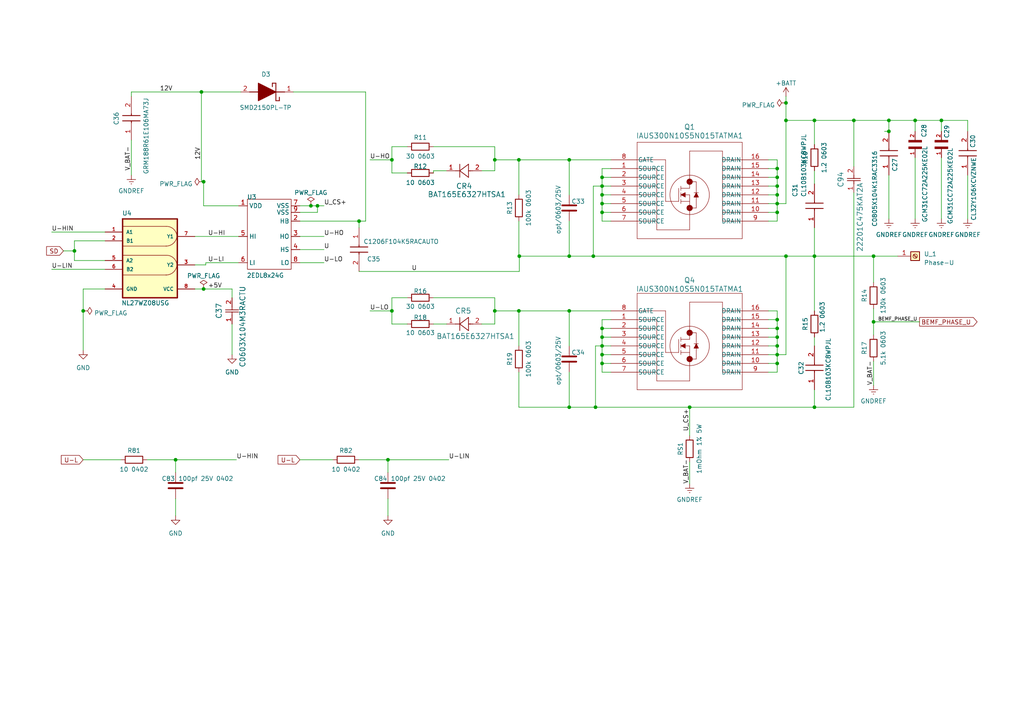
<source format=kicad_sch>
(kicad_sch (version 20231120) (generator "eeschema") (generator_version "8.0")
  (paper "A4")
  (lib_symbols
    (symbol "2EDL8124G:2EDL8124G"
      (property "Reference" "U3" (at -5.08 11.43 0))
      (property "Value" "2EDL8x24G" (at -1.143 -10.668 0))
      (symbol "2EDL8124G_1_1"
        (pin power_in line (at -8.89 8.89 0) (length 2.54) (name "VDD") (number "1"))
        (pin output line (at 8.89 4.445 180) (length 2.54) (name "HB") (number "2"))
        (pin output line (at 8.89 0 180) (length 2.54) (name "HO") (number "3"))
        (pin output line (at 8.89 -3.81 180) (length 2.54) (name "HS") (number "4"))
        (pin input line (at -8.89 0 0) (length 2.54) (name "HI") (number "5"))
        (pin input line (at -8.89 -7.62 0) (length 2.54) (name "LI") (number "6"))
        (pin power_in line (at 8.89 8.89 180) (length 2.54) (name "VSS") (number "7"))
        (pin output line (at 8.89 -7.62 180) (length 2.54) (name "LO") (number "8"))
        (pin power_in line (at 8.89 6.985 180) (length 2.54) (name "VSS") (number "9"))
      )
    )
    (symbol "BAT165E6327HTSA1:BAT165E6327HTSA1" (pin_names (offset 0.254))
      (property "Reference" "CR" (at 5.08 4.445 0))
      (property "Value" "BAT165E6327HTSA1" (at 5.08 -3.81 0))
      (symbol "BAT165E6327HTSA1_1_1"
        (pin unspecified line (at 10.16 0 180) (length 2.54) (name "") (number "1"))
        (pin unspecified line (at 0 0 0) (length 2.54) (name "") (number "2"))
      )
      (symbol "BAT165E6327HTSA1_1_2"
        (pin unspecified line (at 0 10.16 270) (length 2.54) (name "") (number "1"))
        (pin unspecified line (at 0 0 90) (length 2.54) (name "") (number "2"))
      )
    )
    (symbol "C0805X104K1RAC3316:C0805X104K1RAC3316" (pin_names hide)
      (property "Reference" "C" (at 8.89 6.35 0))
      (property "Value" "C0805X104K1RAC3316" (at 8.89 3.81 0))
      (symbol "C0805X104K1RAC3316_1_1"
        (pin passive line (at 0 0 0) (length 5.08) (name "1") (number "1"))
        (pin passive line (at 12.7 0 180) (length 5.08) (name "2") (number "2"))
      )
    )
    (symbol "C1206F104K5RACAUTO:C1206F104K5RACAUTO" (pin_names hide)
      (property "Reference" "C" (at 8.89 6.35 0))
      (property "Value" "C1206F104K5RACAUTO" (at 8.89 3.81 0))
      (symbol "C1206F104K5RACAUTO_1_1"
        (pin passive line (at 0 0 0) (length 5.08) (name "1") (number "1"))
        (pin passive line (at 12.7 0 180) (length 5.08) (name "2") (number "2"))
      )
    )
    (symbol "C28:GCM31CC72A225KE02L" (pin_names (offset 1.016))
      (property "Reference" "C28" (at 0 3.8109 0))
      (property "Value" "GCM31CC72A225KE02L" (at 0 -5.0885 0))
      (symbol "GCM31CC72A225KE02L_0_0"
        (pin passive line (at -2.54 0 0) (length 2.54) (name "~") (number "1"))
        (pin passive line (at 5.08 0 180) (length 2.54) (name "~") (number "2"))
      )
    )
    (symbol "C31:CL10B103KC8WPJL" (pin_names hide)
      (property "Reference" "C" (at 8.89 6.35 0))
      (property "Value" "CL10B103KC8WPJL" (at 8.89 3.81 0))
      (symbol "CL10B103KC8WPJL_1_1"
        (pin passive line (at 0 0 0) (length 5.08) (name "1") (number "1"))
        (pin passive line (at 12.7 0 180) (length 5.08) (name "2") (number "2"))
      )
    )
    (symbol "C33:GRM188R61E106MA73J" (pin_names hide)
      (property "Reference" "C" (at 8.89 6.35 0))
      (property "Value" "GRM188R61E106MA73J" (at 8.89 3.81 0))
      (symbol "GRM188R61E106MA73J_1_1"
        (pin passive line (at 0 0 0) (length 5.08) (name "1") (number "1"))
        (pin passive line (at 12.7 0 180) (length 5.08) (name "2") (number "2"))
      )
    )
    (symbol "C37:C0603X104M3RACTU" (pin_names (offset 0.254))
      (property "Reference" "C" (at 3.81 3.81 0))
      (property "Value" "C0603X104M3RACTU" (at 3.81 -3.81 0))
      (symbol "C0603X104M3RACTU_1_1"
        (pin unspecified line (at 0 0 0) (length 2.54) (name "") (number "1"))
        (pin unspecified line (at 7.62 0 180) (length 2.54) (name "") (number "2"))
      )
      (symbol "C0603X104M3RACTU_1_2"
        (pin unspecified line (at 0 0 270) (length 2.54) (name "") (number "1"))
        (pin unspecified line (at 0 -7.62 90) (length 2.54) (name "") (number "2"))
      )
    )
    (symbol "C94:22201C475KAT2A" (pin_names (offset 0.254))
      (property "Reference" "C" (at 3.81 3.81 0))
      (property "Value" "22201C475KAT2A" (at 3.81 -3.81 0))
      (symbol "22201C475KAT2A_1_1"
        (pin unspecified line (at 0 0 0) (length 2.54) (name "") (number "1"))
        (pin unspecified line (at 7.62 0 180) (length 2.54) (name "") (number "2"))
      )
      (symbol "22201C475KAT2A_1_2"
        (pin unspecified line (at 0 0 270) (length 2.54) (name "") (number "1"))
        (pin unspecified line (at 0 -7.62 90) (length 2.54) (name "") (number "2"))
      )
    )
    (symbol "CL32Y106KCVZNWE:CL32Y106KCVZNWE" (pin_names hide)
      (property "Reference" "C" (at 8.89 6.35 0))
      (property "Value" "CL32Y106KCVZNWE" (at 8.89 3.81 0))
      (symbol "CL32Y106KCVZNWE_1_1"
        (pin passive line (at 0 0 0) (length 5.08) (name "1") (number "1"))
        (pin passive line (at 12.7 0 180) (length 5.08) (name "2") (number "2"))
      )
    )
    (symbol "Connector:Screw_Terminal_01x01" (pin_names (offset 1.016) hide)
      (property "Reference" "J" (at 0 2.54 0))
      (property "Value" "Screw_Terminal_01x01" (at 0 -2.54 0))
      (symbol "Screw_Terminal_01x01_1_1"
        (pin passive line (at -5.08 0 0) (length 3.81) (name "Pin_1") (number "1"))
      )
    )
    (symbol "D3:SMD2150PL-TP" (pin_names hide)
      (property "Reference" "D" (at 12.7 8.89 0))
      (property "Value" "SMD2150PL-TP" (at 12.7 6.35 0))
      (symbol "SMD2150PL-TP_1_1"
        (pin passive line (at 2.54 0 0) (length 2.54) (name "K") (number "1"))
        (pin passive line (at 17.78 0 180) (length 2.54) (name "A") (number "2"))
      )
    )
    (symbol "Device:C" (pin_numbers hide) (pin_names (offset 0.254))
      (property "Reference" "C" (at 0.635 2.54 0))
      (property "Value" "C" (at 0.635 -2.54 0))
      (symbol "C_1_1"
        (pin passive line (at 0 3.81 270) (length 2.794) (name "~") (number "1"))
        (pin passive line (at 0 -3.81 90) (length 2.794) (name "~") (number "2"))
      )
    )
    (symbol "Device:R" (pin_numbers hide) (pin_names (offset 0))
      (property "Reference" "R" (at 2.032 0 90))
      (property "Value" "R" (at 0 0 90))
      (symbol "R_1_1"
        (pin passive line (at 0 3.81 270) (length 1.27) (name "~") (number "1"))
        (pin passive line (at 0 -3.81 90) (length 1.27) (name "~") (number "2"))
      )
    )
    (symbol "IAUS300N10S5N015T:IAUS300N10S5N015TATMA1" (pin_names (offset 0.254))
      (property "Reference" "Q1" (at 22.86 12.065 0))
      (property "Value" "IAUS300N10S5N015TATMA1" (at 22.86 9.525 0))
      (symbol "IAUS300N10S5N015TATMA1_0_1"
        (pin passive line (at 0 0 0) (length 7.62) (name "SOURCE") (number "1"))
        (pin passive line (at 45.72 -12.7 180) (length 7.62) (name "DRAIN") (number "10"))
        (pin passive line (at 45.72 -10.16 180) (length 7.62) (name "DRAIN") (number "11"))
        (pin passive line (at 45.72 -7.62 180) (length 7.62) (name "DRAIN") (number "12"))
        (pin passive line (at 45.72 -5.08 180) (length 7.62) (name "DRAIN") (number "13"))
        (pin passive line (at 45.72 -2.54 180) (length 7.62) (name "DRAIN") (number "14"))
        (pin passive line (at 45.72 0 180) (length 7.62) (name "DRAIN") (number "15"))
        (pin passive line (at 45.72 2.54 180) (length 7.62) (name "DRAIN") (number "16"))
        (pin passive line (at 0 -2.54 0) (length 7.62) (name "SOURCE") (number "2"))
        (pin passive line (at 0 -5.08 0) (length 7.62) (name "SOURCE") (number "3"))
        (pin passive line (at 0 -7.62 0) (length 7.62) (name "SOURCE") (number "4"))
        (pin passive line (at 0 -10.16 0) (length 7.62) (name "SOURCE") (number "5"))
        (pin passive line (at 0 -12.7 0) (length 7.62) (name "SOURCE") (number "6"))
        (pin passive line (at 0 -15.24 0) (length 7.62) (name "SOURCE") (number "7"))
        (pin input line (at 0 2.54 0) (length 7.62) (name "GATE") (number "8"))
        (pin passive line (at 45.72 -15.24 180) (length 7.62) (name "DRAIN") (number "9"))
      )
    )
    (symbol "IAUS300N10S5N015TATMA1_1" (pin_names (offset 0.254))
      (property "Reference" "Q4" (at 22.86 11.43 0))
      (property "Value" "IAUS300N10S5N015TATMA1" (at 22.86 8.89 0))
      (symbol "IAUS300N10S5N015TATMA1_1_0_1"
        (pin passive line (at 0 0 0) (length 7.62) (name "SOURCE") (number "1"))
        (pin passive line (at 45.72 -12.7 180) (length 7.62) (name "DRAIN") (number "10"))
        (pin passive line (at 45.72 -10.16 180) (length 7.62) (name "DRAIN") (number "11"))
        (pin passive line (at 45.72 -7.62 180) (length 7.62) (name "DRAIN") (number "12"))
        (pin passive line (at 45.72 -5.08 180) (length 7.62) (name "DRAIN") (number "13"))
        (pin passive line (at 45.72 -2.54 180) (length 7.62) (name "DRAIN") (number "14"))
        (pin passive line (at 45.72 0 180) (length 7.62) (name "DRAIN") (number "15"))
        (pin passive line (at 45.72 2.54 180) (length 7.62) (name "DRAIN") (number "16"))
        (pin passive line (at 0 -2.54 0) (length 7.62) (name "SOURCE") (number "2"))
        (pin passive line (at 0 -5.08 0) (length 7.62) (name "SOURCE") (number "3"))
        (pin passive line (at 0 -7.62 0) (length 7.62) (name "SOURCE") (number "4"))
        (pin passive line (at 0 -10.16 0) (length 7.62) (name "SOURCE") (number "5"))
        (pin passive line (at 0 -12.7 0) (length 7.62) (name "SOURCE") (number "6"))
        (pin passive line (at 0 -15.24 0) (length 7.62) (name "SOURCE") (number "7"))
        (pin input line (at 0 2.54 0) (length 7.62) (name "GATE") (number "8"))
        (pin passive line (at 45.72 -15.24 180) (length 7.62) (name "DRAIN") (number "9"))
      )
    )
    (symbol "NL27WZ08USG:NL27WZ08USG" (pin_names (offset 1.016))
      (property "Reference" "U4" (at -6.35 13.081 0))
      (property "Value" "NL27WZ08USG" (at -1.016 -12.954 0))
      (symbol "NL27WZ08USG_0_0"
        (pin input line (at -12.7 7.62 0) (length 5.08) (name "A1") (number "1"))
        (pin input line (at -12.7 5.08 0) (length 5.08) (name "B1") (number "2"))
        (pin output line (at 13.335 -1.905 180) (length 5.08) (name "Y2") (number "3"))
        (pin power_in line (at -12.7 -8.89 0) (length 5.08) (name "GND") (number "4"))
        (pin input line (at -12.7 -0.635 0) (length 5.08) (name "A2") (number "5"))
        (pin input line (at -12.7 -3.175 0) (length 5.08) (name "B2") (number "6"))
        (pin output line (at 13.335 6.35 180) (length 5.08) (name "Y1") (number "7"))
        (pin power_in line (at 13.335 -8.89 180) (length 5.08) (name "VCC") (number "8"))
      )
    )
    (symbol "power:+BATT" (power) (pin_names (offset 0))
      (property "Value" "+BATT" (at 0 3.556 0))
      (symbol "+BATT_1_1"
        (pin power_in line (at 0 0 90) (length 0) hide (name "+BATT") (number "1"))
      )
    )
    (symbol "power:GND" (power) (pin_names (offset 0))
      (property "Value" "GND" (at 0 -3.81 0))
      (symbol "GND_1_1"
        (pin power_in line (at 0 0 270) (length 0) hide (name "GND") (number "1"))
      )
    )
    (symbol "power:GNDREF" (power) (pin_names (offset 0))
      (property "Value" "GNDREF" (at 0 -3.81 0))
      (symbol "GNDREF_1_1"
        (pin power_in line (at 0 0 270) (length 0) hide (name "GNDREF") (number "1"))
      )
    )
    (symbol "power:PWR_FLAG" (power) (pin_numbers hide) (pin_names (offset 0) hide)
      (property "Value" "PWR_FLAG" (at 0 3.81 0))
      (symbol "PWR_FLAG_0_0"
        (pin power_out line (at 0 0 90) (length 0) (name "pwr") (number "1"))
      )
    )
  )
  (junction (at 253.365 74.295))
  (junction (at 165.1 74.295))
  (junction (at 257.81 38.1))
  (junction (at 165.1 46.355))
  (junction (at 253.365 93.345))
  (junction (at 225.425 97.79))
  (junction (at 59.055 83.82))
  (junction (at 225.425 56.515))
  (junction (at 225.425 100.33))
  (junction (at 174.625 100.33))
  (junction (at 174.625 105.41))
  (junction (at 273.05 34.925))
  (junction (at 257.81 34.925))
  (junction (at 174.625 102.87))
  (junction (at 225.425 95.25))
  (junction (at 150.495 90.17))
  (junction (at 227.965 74.295))
  (junction (at 104.14 64.135))
  (junction (at 227.965 34.925))
  (junction (at 59.055 52.705))
  (junction (at 174.625 53.975))
  (junction (at 112.522 133.35))
  (junction (at 143.51 90.17))
  (junction (at 225.425 92.71))
  (junction (at 265.43 34.925))
  (junction (at 174.625 56.515))
  (junction (at 225.425 105.41))
  (junction (at 143.51 46.355))
  (junction (at 227.965 29.845))
  (junction (at 150.495 46.355))
  (junction (at 165.1 90.17))
  (junction (at 236.22 118.11))
  (junction (at 165.1 118.11))
  (junction (at 113.665 90.17))
  (junction (at 236.22 74.295))
  (junction (at 174.625 61.595))
  (junction (at 225.425 48.895))
  (junction (at 174.625 97.79))
  (junction (at 21.59 72.771))
  (junction (at 225.425 59.055))
  (junction (at 174.625 59.055))
  (junction (at 225.425 53.975))
  (junction (at 58.42 26.67))
  (junction (at 225.425 51.435))
  (junction (at 200.025 118.11))
  (junction (at 174.625 51.435))
  (junction (at 247.65 34.925))
  (junction (at 92.075 59.69))
  (junction (at 225.425 102.87))
  (junction (at 172.085 74.295))
  (junction (at 172.72 118.11))
  (junction (at 50.927 133.35))
  (junction (at 90.17 59.69))
  (junction (at 24.13 90.17))
  (junction (at 225.425 61.595))
  (junction (at 236.22 34.925))
  (junction (at 150.622 74.295))
  (junction (at 113.665 46.355))
  (junction (at 174.625 95.25))
  (wire (pts (xy 227.965 29.845) (xy 227.965 34.925)))
  (wire (pts (xy 21.59 72.771) (xy 21.59 75.565)))
  (wire (pts (xy 113.665 50.165) (xy 118.11 50.165)))
  (wire (pts (xy 225.425 100.33) (xy 225.425 102.87)))
  (wire (pts (xy 222.885 51.435) (xy 225.425 51.435)))
  (wire (pts (xy 106.045 26.67) (xy 106.045 64.135)))
  (wire (pts (xy 174.625 105.41) (xy 174.625 107.95)))
  (wire (pts (xy 113.665 93.98) (xy 118.11 93.98)))
  (wire (pts (xy 174.625 59.055) (xy 177.165 59.055)))
  (wire (pts (xy 150.495 118.11) (xy 150.495 107.95)))
  (wire (pts (xy 58.42 26.67) (xy 58.42 52.705)))
  (wire (pts (xy 50.927 133.35) (xy 68.58 133.35)))
  (wire (pts (xy 14.986 78.105) (xy 30.48 78.105)))
  (wire (pts (xy 165.1 90.17) (xy 165.1 100.33)))
  (wire (pts (xy 90.17 59.69) (xy 92.075 59.69)))
  (wire (pts (xy 174.625 56.515) (xy 177.165 56.515)))
  (wire (pts (xy 236.22 34.925) (xy 247.65 34.925)))
  (wire (pts (xy 143.51 42.545) (xy 125.73 42.545)))
  (wire (pts (xy 58.42 52.705) (xy 59.055 52.705)))
  (wire (pts (xy 225.425 56.515) (xy 225.425 53.975)))
  (wire (pts (xy 253.365 89.535) (xy 253.365 93.345)))
  (wire (pts (xy 253.365 74.295) (xy 260.35 74.295)))
  (wire (pts (xy 174.625 59.055) (xy 174.625 61.595)))
  (wire (pts (xy 113.665 42.545) (xy 113.665 46.355)))
  (wire (pts (xy 112.522 133.35) (xy 112.522 137.033)))
  (wire (pts (xy 86.995 133.35) (xy 96.52 133.35)))
  (wire (pts (xy 257.81 34.925) (xy 265.43 34.925)))
  (wire (pts (xy 227.965 27.94) (xy 227.965 29.845)))
  (wire (pts (xy 174.625 100.33) (xy 177.165 100.33)))
  (wire (pts (xy 113.665 86.36) (xy 113.665 90.17)))
  (wire (pts (xy 222.885 90.17) (xy 225.425 90.17)))
  (wire (pts (xy 177.165 90.17) (xy 165.1 90.17)))
  (wire (pts (xy 143.51 86.36) (xy 143.51 90.17)))
  (wire (pts (xy 222.885 102.87) (xy 225.425 102.87)))
  (wire (pts (xy 143.51 86.36) (xy 125.73 86.36)))
  (wire (pts (xy 225.425 59.055) (xy 227.965 59.055)))
  (wire (pts (xy 247.65 55.88) (xy 247.65 118.11)))
  (wire (pts (xy 125.73 93.98) (xy 129.54 93.98)))
  (wire (pts (xy 174.625 97.79) (xy 174.625 100.33)))
  (wire (pts (xy 225.425 90.17) (xy 225.425 92.71)))
  (wire (pts (xy 174.625 95.25) (xy 177.165 95.25)))
  (wire (pts (xy 56.515 83.82) (xy 59.055 83.82)))
  (wire (pts (xy 273.05 45.72) (xy 273.05 63.5)))
  (wire (pts (xy 107.315 46.355) (xy 113.665 46.355)))
  (wire (pts (xy 150.495 74.295) (xy 150.495 64.135)))
  (wire (pts (xy 21.59 69.85) (xy 21.59 72.771)))
  (wire (pts (xy 113.665 90.17) (xy 113.665 93.98)))
  (wire (pts (xy 227.965 74.295) (xy 236.22 74.295)))
  (wire (pts (xy 265.43 38.1) (xy 265.43 34.925)))
  (wire (pts (xy 42.672 133.35) (xy 50.927 133.35)))
  (wire (pts (xy 247.65 48.26) (xy 247.65 34.925)))
  (wire (pts (xy 273.05 34.925) (xy 273.05 38.1)))
  (wire (pts (xy 150.622 78.74) (xy 150.622 74.295)))
  (wire (pts (xy 236.22 113.03) (xy 236.22 118.11)))
  (wire (pts (xy 236.22 118.11) (xy 200.025 118.11)))
  (wire (pts (xy 200.025 118.11) (xy 200.025 126.365)))
  (wire (pts (xy 227.965 34.925) (xy 227.965 59.055)))
  (wire (pts (xy 222.885 95.25) (xy 225.425 95.25)))
  (wire (pts (xy 222.885 100.33) (xy 225.425 100.33)))
  (wire (pts (xy 236.22 74.295) (xy 236.22 90.17)))
  (wire (pts (xy 177.165 53.975) (xy 174.625 53.975)))
  (wire (pts (xy 265.43 34.925) (xy 273.05 34.925)))
  (wire (pts (xy 253.365 74.295) (xy 253.365 81.915)))
  (wire (pts (xy 222.885 105.41) (xy 225.425 105.41)))
  (wire (pts (xy 247.65 118.11) (xy 236.22 118.11)))
  (wire (pts (xy 139.7 49.53) (xy 143.51 49.53)))
  (wire (pts (xy 225.425 46.355) (xy 222.885 46.355)))
  (wire (pts (xy 236.22 49.53) (xy 236.22 53.34)))
  (wire (pts (xy 165.1 118.11) (xy 172.72 118.11)))
  (wire (pts (xy 222.885 53.975) (xy 225.425 53.975)))
  (wire (pts (xy 143.51 90.17) (xy 150.495 90.17)))
  (wire (pts (xy 236.22 41.91) (xy 236.22 34.925)))
  (wire (pts (xy 59.055 52.705) (xy 59.055 59.69)))
  (wire (pts (xy 177.165 92.71) (xy 174.625 92.71)))
  (wire (pts (xy 104.14 64.135) (xy 104.14 66.04)))
  (wire (pts (xy 86.995 59.69) (xy 90.17 59.69)))
  (wire (pts (xy 174.625 102.87) (xy 177.165 102.87)))
  (wire (pts (xy 143.51 46.355) (xy 150.495 46.355)))
  (wire (pts (xy 59.055 59.69) (xy 69.215 59.69)))
  (wire (pts (xy 113.665 42.545) (xy 118.11 42.545)))
  (wire (pts (xy 86.995 76.2) (xy 93.98 76.2)))
  (wire (pts (xy 200.025 133.985) (xy 200.025 140.335)))
  (wire (pts (xy 253.365 93.345) (xy 253.365 97.155)))
  (wire (pts (xy 174.625 53.975) (xy 174.625 56.515)))
  (wire (pts (xy 143.51 49.53) (xy 143.51 46.355)))
  (wire (pts (xy 18.415 72.771) (xy 21.59 72.771)))
  (wire (pts (xy 280.67 38.1) (xy 280.67 34.925)))
  (wire (pts (xy 139.7 93.98) (xy 143.51 93.98)))
  (wire (pts (xy 174.625 53.975) (xy 172.085 53.975)))
  (wire (pts (xy 165.1 74.295) (xy 172.085 74.295)))
  (wire (pts (xy 165.1 118.11) (xy 150.495 118.11)))
  (wire (pts (xy 125.73 49.53) (xy 129.54 49.53)))
  (wire (pts (xy 222.885 97.79) (xy 225.425 97.79)))
  (wire (pts (xy 67.31 83.82) (xy 67.31 86.36)))
  (wire (pts (xy 222.885 64.135) (xy 225.425 64.135)))
  (wire (pts (xy 150.495 90.17) (xy 150.495 100.33)))
  (wire (pts (xy 236.22 97.79) (xy 236.22 100.33)))
  (wire (pts (xy 104.14 133.35) (xy 112.522 133.35)))
  (wire (pts (xy 225.425 51.435) (xy 225.425 48.895)))
  (wire (pts (xy 59.69 76.2) (xy 69.215 76.2)))
  (wire (pts (xy 165.1 46.355) (xy 150.495 46.355)))
  (wire (pts (xy 177.165 105.41) (xy 174.625 105.41)))
  (wire (pts (xy 50.927 133.35) (xy 50.927 137.033)))
  (wire (pts (xy 24.13 133.35) (xy 35.052 133.35)))
  (wire (pts (xy 225.425 59.055) (xy 225.425 56.515)))
  (wire (pts (xy 112.522 133.35) (xy 130.175 133.35)))
  (wire (pts (xy 165.1 46.355) (xy 177.165 46.355)))
  (wire (pts (xy 107.315 90.17) (xy 113.665 90.17)))
  (wire (pts (xy 143.51 90.17) (xy 143.51 93.98)))
  (wire (pts (xy 174.625 107.95) (xy 177.165 107.95)))
  (wire (pts (xy 67.31 93.98) (xy 67.31 102.87)))
  (wire (pts (xy 85.09 26.67) (xy 106.045 26.67)))
  (wire (pts (xy 225.425 105.41) (xy 225.425 107.95)))
  (wire (pts (xy 58.42 26.67) (xy 69.85 26.67)))
  (wire (pts (xy 30.48 83.82) (xy 24.13 83.82)))
  (wire (pts (xy 150.622 74.295) (xy 150.495 74.295)))
  (wire (pts (xy 257.81 38.1) (xy 256.54 38.1)))
  (wire (pts (xy 104.14 78.74) (xy 150.622 78.74)))
  (wire (pts (xy 125.73 49.53) (xy 125.73 50.165)))
  (wire (pts (xy 56.515 76.835) (xy 59.69 76.835)))
  (wire (pts (xy 280.67 50.8) (xy 280.67 63.5)))
  (wire (pts (xy 113.665 46.355) (xy 113.665 50.165)))
  (wire (pts (xy 165.1 56.515) (xy 165.1 46.355)))
  (wire (pts (xy 236.22 74.295) (xy 253.365 74.295)))
  (wire (pts (xy 174.625 102.87) (xy 174.625 105.41)))
  (wire (pts (xy 14.986 67.31) (xy 30.48 67.31)))
  (wire (pts (xy 265.43 45.72) (xy 265.43 63.5)))
  (wire (pts (xy 38.1 26.67) (xy 58.42 26.67)))
  (wire (pts (xy 165.1 74.295) (xy 150.622 74.295)))
  (wire (pts (xy 174.625 51.435) (xy 177.165 51.435)))
  (wire (pts (xy 225.425 53.975) (xy 225.425 51.435)))
  (wire (pts (xy 174.625 100.33) (xy 172.72 100.33)))
  (wire (pts (xy 225.425 97.79) (xy 225.425 100.33)))
  (wire (pts (xy 225.425 64.135) (xy 225.425 61.595)))
  (wire (pts (xy 174.625 61.595) (xy 174.625 64.135)))
  (wire (pts (xy 150.495 46.355) (xy 150.495 56.515)))
  (wire (pts (xy 86.995 68.58) (xy 93.98 68.58)))
  (wire (pts (xy 174.625 48.895) (xy 174.625 51.435)))
  (wire (pts (xy 225.425 95.25) (xy 225.425 97.79)))
  (wire (pts (xy 225.425 92.71) (xy 225.425 95.25)))
  (wire (pts (xy 222.885 59.055) (xy 225.425 59.055)))
  (wire (pts (xy 172.72 100.33) (xy 172.72 118.11)))
  (wire (pts (xy 225.425 48.895) (xy 225.425 46.355)))
  (wire (pts (xy 172.72 118.11) (xy 200.025 118.11)))
  (wire (pts (xy 222.885 48.895) (xy 225.425 48.895)))
  (wire (pts (xy 227.965 74.295) (xy 227.965 102.87)))
  (wire (pts (xy 236.22 34.925) (xy 227.965 34.925)))
  (wire (pts (xy 106.045 64.135) (xy 104.14 64.135)))
  (wire (pts (xy 257.81 63.5) (xy 257.81 50.8)))
  (wire (pts (xy 92.075 59.69) (xy 93.98 59.69)))
  (wire (pts (xy 227.965 102.87) (xy 225.425 102.87)))
  (wire (pts (xy 174.625 61.595) (xy 177.165 61.595)))
  (wire (pts (xy 38.1 40.64) (xy 38.1 50.8)))
  (wire (pts (xy 165.1 90.17) (xy 150.495 90.17)))
  (wire (pts (xy 174.625 51.435) (xy 174.625 53.975)))
  (wire (pts (xy 174.625 97.79) (xy 177.165 97.79)))
  (wire (pts (xy 273.05 34.925) (xy 280.67 34.925)))
  (wire (pts (xy 174.625 100.33) (xy 174.625 102.87)))
  (wire (pts (xy 30.48 69.85) (xy 21.59 69.85)))
  (wire (pts (xy 165.1 107.95) (xy 165.1 118.11)))
  (wire (pts (xy 86.995 64.135) (xy 104.14 64.135)))
  (wire (pts (xy 225.425 107.95) (xy 222.885 107.95)))
  (wire (pts (xy 222.885 61.595) (xy 225.425 61.595)))
  (wire (pts (xy 86.995 72.39) (xy 93.98 72.39)))
  (wire (pts (xy 165.1 64.135) (xy 165.1 74.295)))
  (wire (pts (xy 174.625 56.515) (xy 174.625 59.055)))
  (wire (pts (xy 257.81 34.925) (xy 247.65 34.925)))
  (wire (pts (xy 59.055 83.82) (xy 67.31 83.82)))
  (wire (pts (xy 112.522 144.653) (xy 112.522 149.606)))
  (wire (pts (xy 92.075 59.69) (xy 92.075 61.595)))
  (wire (pts (xy 222.885 92.71) (xy 225.425 92.71)))
  (wire (pts (xy 225.425 102.87) (xy 225.425 105.41)))
  (wire (pts (xy 24.13 83.82) (xy 24.13 90.17)))
  (wire (pts (xy 172.085 74.295) (xy 227.965 74.295)))
  (wire (pts (xy 50.927 144.653) (xy 50.927 149.606)))
  (wire (pts (xy 38.1 26.67) (xy 38.1 27.94)))
  (wire (pts (xy 113.665 86.36) (xy 118.11 86.36)))
  (wire (pts (xy 143.51 46.355) (xy 143.51 42.545)))
  (wire (pts (xy 86.995 61.595) (xy 92.075 61.595)))
  (wire (pts (xy 257.81 38.1) (xy 257.81 34.925)))
  (wire (pts (xy 222.885 56.515) (xy 225.425 56.515)))
  (wire (pts (xy 172.085 53.975) (xy 172.085 74.295)))
  (wire (pts (xy 236.22 66.04) (xy 236.22 74.295)))
  (wire (pts (xy 253.365 93.345) (xy 266.7 93.345)))
  (wire (pts (xy 21.59 75.565) (xy 30.48 75.565)))
  (wire (pts (xy 174.625 92.71) (xy 174.625 95.25)))
  (wire (pts (xy 24.13 90.17) (xy 24.13 101.6)))
  (wire (pts (xy 225.425 61.595) (xy 225.425 59.055)))
  (wire (pts (xy 177.165 48.895) (xy 174.625 48.895)))
  (wire (pts (xy 174.625 95.25) (xy 174.625 97.79)))
  (wire (pts (xy 56.515 68.58) (xy 69.215 68.58)))
  (wire (pts (xy 174.625 64.135) (xy 177.165 64.135)))
  (wire (pts (xy 59.69 76.2) (xy 59.69 76.835)))
  (wire (pts (xy 253.365 104.775) (xy 253.365 111.76)))
  (label "U-HI" (at 60.325 68.58 0))
  (label "BEMF_PHASE_U" (at 254.635 93.345 0) (effects (font (size 1 1))))
  (label "U" (at 93.98 72.39 0))
  (label "U-LIN" (at 14.986 78.105 0))
  (label "U-HO" (at 107.315 46.355 0))
  (label "V_BAT-" (at 38.1 49.53 90))
  (label "U" (at 119.38 78.74 0))
  (label "U_CS+" (at 200.025 125.095 90))
  (label "U-HIN" (at 14.986 67.31 0))
  (label "U-LI" (at 60.325 76.2 0))
  (label "U-HO" (at 93.98 68.58 0))
  (label "12V" (at 46.355 26.67 0))
  (label "U-HIN" (at 68.58 133.35 0))
  (label "U_CS+" (at 93.98 59.69 0))
  (label "+5V" (at 60.325 83.82 0))
  (label "V_BAT-" (at 253.365 111.76 90))
  (label "U-LO" (at 93.98 76.2 0))
  (label "V_BAT-" (at 200.025 140.335 90))
  (label "12V" (at 58.42 46.355 90))
  (label "U-LIN" (at 130.175 133.35 0))
  (label "U-LO" (at 107.315 90.17 0))
  (global_label "BEMF_PHASE_U" (shape output) (at 266.7 93.345 0) (property "Intersheetrefs" "${INTERSHEET_REFS}" (effects (hide yes))))
  (global_label "U-L" (shape input) (at 24.13 133.35 180) (property "Intersheetrefs" "${INTERSHEET_REFS}" (effects (hide yes))))
  (global_label "SD" (shape input) (at 18.415 72.771 180) (property "Intersheetrefs" "${INTERSHEET_REFS}" (effects (hide yes))))
  (global_label "U-L" (shape input) (at 86.995 133.35 180) (property "Intersheetrefs" "${INTERSHEET_REFS}" (effects (hide yes))))
  (symbol (lib_id "D3:SMD2150PL-TP") (at 87.63 26.67 0) (mirror y) (unit 1)
    (property "Reference" "D3" (at 78.486 20.828 0) (effects (justify left top)))
    (property "Value" "SMD2150PL-TP" (at 84.582 30.48 0) (effects (justify left top)))
    (property "Footprint" "SODFL3616X135N" (effects (hide yes)))
    (property "Datasheet" "https://www.mccsemi.com/pdf/Products/SMD2150PL-SMD220PL(SOD-123FL).pdf" (effects (hide yes)))
    (property "Description" "Diode 150 V 2A Surface Mount SOD-123FL" (effects (hide yes)))
    (property "Height" "1.35" (effects (hide yes)))
    (property "Mouser Part Number" "833-SMD2150PL-TP" (effects (hide yes)))
    (property "Mouser Price/Stock" "https://www.mouser.co.uk/ProductDetail/Micro-Commercial-Components-MCC/SMD2150PL-TP?qs=cLwp4wpikzApVv8JMh%2FYOw%3D%3D" (effects (hide yes)))
    (property "Manufacturer_Name" "MCC" (effects (hide yes)))
    (property "Manufacturer_Part_Number" "SMD2150PL-TP" (effects (hide yes)))
  )
  (symbol (lib_id "power:GNDREF") (at 253.365 111.76 0) (unit 1)
    (property "Reference" "#PWR071" (effects (hide yes)))
    (property "Value" "GNDREF" (at 253.365 116.332 0))
  )
  (symbol (lib_name "IAUS300N10S5N015TATMA1_1") (lib_id "IAUS300N10S5N015T:IAUS300N10S5N015TATMA1") (at 177.165 92.71 0) (unit 1)
    (property "Reference" "Q4" (at 200.025 81.28 0) (effects (font (size 1.524 1.524))))
    (property "Value" "IAUS300N10S5N015TATMA1" (at 200.025 83.82 0) (effects (font (size 1.524 1.524))))
    (property "Footprint" "PG-HDSOP-16-2" (effects (hide yes)))
    (property "Datasheet" "IAUS300N10S5N015TATMA1" (effects (hide yes)))
  )
  (symbol (lib_id "Device:R") (at 150.495 104.14 180) (unit 1)
    (property "Reference" "R19" (at 147.828 104.14 90))
    (property "Value" "100k 0603" (at 153.289 104.14 90))
  )
  (symbol (lib_id "Device:R") (at 38.862 133.35 90) (unit 1)
    (property "Reference" "R81" (at 38.862 130.683 90))
    (property "Value" "10 0402" (at 38.862 136.144 90))
  )
  (symbol (lib_id "C31:CL10B103KC8WPJL") (at 236.22 113.03 90) (unit 1)
    (property "Reference" "C32" (at 231.648 108.712 0) (effects (justify left top)))
    (property "Value" "CL10B103KC8WPJL" (at 239.522 116.332 0) (effects (justify left top)))
    (property "Footprint" "just-footprints:CAPC1608X90N" (effects (hide yes)))
    (property "Datasheet" "https://product.samsungsem.com/mlcc/CL10B103KC8WPJ.do" (effects (hide yes)))
    (property "Description" "10000 pF +/-10% 100V Ceramic Capacitor X7R 0603 (1608 Metric)" (effects (hide yes)))
    (property "Height" "0.9" (effects (hide yes)))
    (property "Manufacturer_Name" "SAMSUNG" (effects (hide yes)))
    (property "Manufacturer_Part_Number" "CL10B103KC8WPJL" (effects (hide yes)))
  )
  (symbol (lib_id "power:GNDREF") (at 257.81 63.5 0) (unit 1)
    (property "Reference" "#PWR073" (effects (hide yes)))
    (property "Value" "GNDREF" (at 257.81 68.072 0))
  )
  (symbol (lib_id "Device:R") (at 121.92 42.545 90) (unit 1)
    (property "Reference" "R11" (at 121.92 39.878 90))
    (property "Value" "30 0603" (at 121.92 45.339 90))
  )
  (symbol (lib_id "C33:GRM188R61E106MA73J") (at 38.1 40.64 90) (unit 1)
    (property "Reference" "C36" (at 33.02 36.322 0) (effects (justify left top)))
    (property "Value" "GRM188R61E106MA73J" (at 41.656 50.546 0) (effects (justify left top)))
    (property "Footprint" "just-footprints:CAPC1608X90N" (effects (hide yes)))
    (property "Datasheet" "https://psearch.en.murata.com/capacitor/product/GRM188R61E106MA73%23.html" (effects (hide yes)))
    (property "Description" "Capacitor GRM18_0.20 L=1.6mm W=0.8mm T=0.8mm" (effects (hide yes)))
    (property "Height" "0.9" (effects (hide yes)))
    (property "Mouser Part Number" "81-GRM188R61E106MA3J" (effects (hide yes)))
    (property "Mouser Price/Stock" "https://www.mouser.co.uk/ProductDetail/Murata-Electronics/GRM188R61E106MA73J?qs=hNud%2FORuBR2%252B%252BY67hhW1nA%3D%3D" (effects (hide yes)))
    (property "Manufacturer_Name" "Murata Electronics" (effects (hide yes)))
    (property "Manufacturer_Part_Number" "GRM188R61E106MA73J" (effects (hide yes)))
  )
  (symbol (lib_id "Device:R") (at 200.025 130.175 180) (unit 1)
    (property "Reference" "RS1" (at 197.358 130.175 90))
    (property "Value" "1mOhm 1% 5W" (at 202.819 130.175 90))
  )
  (symbol (lib_id "power:GNDREF") (at 265.43 63.5 0) (unit 1)
    (property "Reference" "#PWR074" (effects (hide yes)))
    (property "Value" "GNDREF" (at 265.43 68.072 0))
  )
  (symbol (lib_id "C31:CL10B103KC8WPJL") (at 236.22 66.04 90) (unit 1)
    (property "Reference" "C31" (at 229.87 57.15 0) (effects (justify left top)))
    (property "Value" "CL10B103KC8WPJL" (at 232.41 57.15 0) (effects (justify left top)))
    (property "Footprint" "just-footprints:CAPC1608X90N" (effects (hide yes)))
    (property "Datasheet" "https://product.samsungsem.com/mlcc/CL10B103KC8WPJ.do" (effects (hide yes)))
    (property "Description" "10000 pF +/-10% 100V Ceramic Capacitor X7R 0603 (1608 Metric)" (effects (hide yes)))
    (property "Height" "0.9" (effects (hide yes)))
    (property "Manufacturer_Name" "SAMSUNG" (effects (hide yes)))
    (property "Manufacturer_Part_Number" "CL10B103KC8WPJL" (effects (hide yes)))
  )
  (symbol (lib_id "power:PWR_FLAG") (at 90.17 59.69 0) (unit 1)
    (property "Reference" "#FLG013" (effects (hide yes)))
    (property "Value" "PWR_FLAG" (at 90.17 55.88 0))
  )
  (symbol (lib_id "Connector:Screw_Terminal_01x01") (at 265.43 74.295 0) (unit 1)
    (property "Reference" "U_1" (at 267.97 73.66 0) (effects (justify left)))
    (property "Value" "Phase-U" (at 267.97 76.2 0) (effects (justify left)))
  )
  (symbol (lib_id "C94:22201C475KAT2A") (at 247.65 55.88 90) (unit 1)
    (property "Reference" "C94" (at 243.84 52.07 0) (effects (font (size 1.524 1.524))))
    (property "Value" "22201C475KAT2A" (at 249.428 62.992 0) (effects (font (size 1.524 1.524))))
    (property "Footprint" "2220_AVX" (effects (hide yes)))
    (property "Datasheet" "22201C475KAT2A" (effects (hide yes)))
  )
  (symbol (lib_id "power:PWR_FLAG") (at 59.055 52.705 90) (unit 1)
    (property "Reference" "#FLG012" (effects (hide yes)))
    (property "Value" "PWR_FLAG" (at 55.88 53.34 90) (effects (justify left)))
  )
  (symbol (lib_id "power:GNDREF") (at 38.1 50.8 0) (unit 1)
    (property "Reference" "#PWR03" (effects (hide yes)))
    (property "Value" "GNDREF" (at 38.1 55.372 0))
  )
  (symbol (lib_id "Device:R") (at 121.92 86.36 90) (unit 1)
    (property "Reference" "R16" (at 121.92 84.455 90))
    (property "Value" "30 0603" (at 121.92 88.9 90))
  )
  (symbol (lib_id "Device:C") (at 112.522 140.843 0) (unit 1)
    (property "Reference" "C84" (at 108.458 138.811 0) (effects (justify left)))
    (property "Value" "100pf 25V 0402" (at 113.284 138.811 0) (effects (justify left)))
  )
  (symbol (lib_id "Device:R") (at 253.365 85.725 180) (unit 1)
    (property "Reference" "R14" (at 250.698 85.725 90))
    (property "Value" "130k 0603" (at 256.159 85.725 90))
  )
  (symbol (lib_id "IAUS300N10S5N015T:IAUS300N10S5N015TATMA1") (at 177.165 48.895 0) (unit 1)
    (property "Reference" "Q1" (at 200.025 36.83 0) (effects (font (size 1.524 1.524))))
    (property "Value" "IAUS300N10S5N015TATMA1" (at 200.025 39.37 0) (effects (font (size 1.524 1.524))))
    (property "Footprint" "PG-HDSOP-16-2" (effects (hide yes)))
    (property "Datasheet" "IAUS300N10S5N015TATMA1" (effects (hide yes)))
  )
  (symbol (lib_id "C1206F104K5RACAUTO:C1206F104K5RACAUTO") (at 104.14 66.04 270) (unit 1)
    (property "Reference" "C35" (at 106.426 74.422 90) (effects (justify left top)))
    (property "Value" "C1206F104K5RACAUTO" (at 105.41 69.342 90) (effects (justify left top)))
    (property "Footprint" "just-footprints:C1206" (effects (hide yes)))
    (property "Datasheet" "https://content.kemet.com/datasheets/KEM_C1012_X7R_OPENMODE_SMD.pdf" (effects (hide yes)))
    (property "Description" "SMD Auto X7R FO, Ceramic, 0.1 uF, 10%, 50 VDC, 125 VDC, 125C, -55C, X7R, SMD, MLCC, Open Mode, Automotive Grade, 2.5 % , 10 GOhms, 25 mg, 1206, 3.2mm, 1.6mm, 0.9mm, 0.5mm, 4000, 78  Weeks, 80" (effects (hide yes)))
    (property "Mouser Part Number" "80-C1206F104K5RAUTO" (effects (hide yes)))
    (property "Mouser Price/Stock" "https://www.mouser.co.uk/ProductDetail/KEMET/C1206F104K5RACAUTO?qs=sSYV1F9c5cHirYoKQC3eNA%3D%3D" (effects (hide yes)))
    (property "Manufacturer_Name" "KEMET" (effects (hide yes)))
    (property "Manufacturer_Part_Number" "C1206F104K5RACAUTO" (effects (hide yes)))
  )
  (symbol (lib_id "CL32Y106KCVZNWE:CL32Y106KCVZNWE") (at 280.67 50.8 90) (unit 1)
    (property "Reference" "C30" (at 281.432 42.926 0) (effects (justify left top)))
    (property "Value" "CL32Y106KCVZNWE" (at 281.686 64.008 0) (effects (justify left top)))
    (property "Footprint" "CAPC3225X280N" (effects (hide yes)))
    (property "Datasheet" "https://media.digikey.com/pdf/Data%20Sheets/Samsung%20PDFs/CL32Y106KCVZNWE_Spec.pdf" (effects (hide yes)))
    (property "Description" "Multilayer Ceramic Capacitors MLCC - SMD/SMT 10uF, 100V, 10%, X7S, 1210 Multi-layer Ceramic Capacitor" (effects (hide yes)))
    (property "Height" "2.8" (effects (hide yes)))
    (property "Manufacturer_Name" "SAMSUNG" (effects (hide yes)))
    (property "Manufacturer_Part_Number" "CL32Y106KCVZNWE" (effects (hide yes)))
    (property "Mouser Part Number" "187-CL32Y106KCVZNWE" (effects (hide yes)))
    (property "Mouser Price/Stock" "https://www.mouser.co.uk/ProductDetail/Samsung-Electro-Mechanics/CL32Y106KCVZNWE?qs=Li%252BoUPsLEnvjCVdvDH8lMw%3D%3D" (effects (hide yes)))
    (property "Arrow Part Number" "CL32Y106KCVZNWE" (effects (hide yes)))
    (property "Arrow Price/Stock" "https://www.arrow.com/en/products/cl32y106kcvznwe/samsung-electro-mechanics?region=europe" (effects (hide yes)))
  )
  (symbol (lib_id "power:GND") (at 50.927 149.606 0) (unit 1)
    (property "Reference" "#PWR04" (effects (hide yes)))
    (property "Value" "GND" (at 50.927 154.686 0))
  )
  (symbol (lib_id "power:PWR_FLAG") (at 227.965 29.845 90) (unit 1)
    (property "Reference" "#FLG011" (effects (hide yes)))
    (property "Value" "PWR_FLAG" (at 224.79 30.48 90) (effects (justify left)))
  )
  (symbol (lib_id "power:GND") (at 112.522 149.606 0) (unit 1)
    (property "Reference" "#PWR05" (effects (hide yes)))
    (property "Value" "GND" (at 112.522 154.686 0))
  )
  (symbol (lib_id "Device:R") (at 253.365 100.965 180) (unit 1)
    (property "Reference" "R17" (at 250.698 100.965 90))
    (property "Value" "5.1k 0603" (at 256.159 100.965 90))
  )
  (symbol (lib_id "BAT165E6327HTSA1:BAT165E6327HTSA1") (at 139.7 93.98 180) (unit 1)
    (property "Reference" "CR5" (at 134.366 90.17 0) (effects (font (size 1.524 1.524))))
    (property "Value" "BAT165E6327HTSA1" (at 137.922 97.536 0) (effects (font (size 1.524 1.524))))
    (property "Footprint" "CR_BAT165_INF" (effects (hide yes)))
    (property "Datasheet" "BAT165E6327HTSA1" (effects (hide yes)))
  )
  (symbol (lib_id "power:GND") (at 24.13 101.6 0) (unit 1)
    (property "Reference" "#PWR01" (effects (hide yes)))
    (property "Value" "GND" (at 24.13 106.68 0))
  )
  (symbol (lib_id "Device:R") (at 121.92 93.98 90) (unit 1)
    (property "Reference" "R18" (at 121.92 92.075 90))
    (property "Value" "10 0603" (at 121.92 96.52 90))
  )
  (symbol (lib_id "power:GNDREF") (at 200.025 140.335 0) (unit 1)
    (property "Reference" "#PWR042" (effects (hide yes)))
    (property "Value" "GNDREF" (at 200.025 144.907 0))
  )
  (symbol (lib_id "C0805X104K1RAC3316:C0805X104K1RAC3316") (at 257.81 50.8 90) (unit 1)
    (property "Reference" "C27" (at 258.826 49.784 0) (effects (justify left top)))
    (property "Value" "C0805X104K1RAC3316" (at 252.984 65.786 0) (effects (justify left top)))
    (property "Footprint" "just-footprints:C0805" (effects (hide yes)))
    (property "Datasheet" "https://content.kemet.com/datasheets/KEM_X7R_FT_VW_AUDI.pdf" (effects (hide yes)))
    (property "Description" "SMD Auto X7R VW80808, Ceramic, 0.1 uF, 10%, 100 VDC, 250 VDC, 125C, -55C, X7R, SMD, MLCC, Automotive Grade, 2.5 % , 10 GOhms, 0805, 2mm, 1.25mm, 0.9mm, 0.75mm, 0.5mm, 4000, 152  Weeks, 80" (effects (hide yes)))
    (property "Height" "1.1" (effects (hide yes)))
    (property "Manufacturer_Name" "KEMET" (effects (hide yes)))
    (property "Manufacturer_Part_Number" "C0805X104K1RAC3316" (effects (hide yes)))
  )
  (symbol (lib_id "C37:C0603X104M3RACTU") (at 67.31 93.98 90) (unit 1)
    (property "Reference" "C37" (at 63.5 90.17 0) (effects (font (size 1.524 1.524))))
    (property "Value" "C0603X104M3RACTU" (at 70.358 94.742 0) (effects (font (size 1.524 1.524))))
    (property "Footprint" "just-footprints:CAPC17795_95N_KEM" (effects (hide yes)))
    (property "Datasheet" "C0603X104M3RACTU" (effects (hide yes)))
  )
  (symbol (lib_id "power:GNDREF") (at 280.67 63.5 0) (unit 1)
    (property "Reference" "#PWR076" (effects (hide yes)))
    (property "Value" "GNDREF" (at 280.67 68.072 0))
  )
  (symbol (lib_id "2EDL8124G:2EDL8124G") (at 78.105 68.58 0) (unit 1)
    (property "Reference" "U3" (at 73.025 57.15 0))
    (property "Value" "2EDL8x24G" (at 76.962 79.883 0))
  )
  (symbol (lib_id "power:PWR_FLAG") (at 24.13 90.17 270) (unit 1)
    (property "Reference" "#FLG015" (effects (hide yes)))
    (property "Value" "PWR_FLAG" (at 27.305 90.805 90) (effects (justify left)))
  )
  (symbol (lib_id "C28:GCM31CC72A225KE02L") (at 265.43 43.18 90) (unit 1)
    (property "Reference" "C28" (at 268.732 39.878 0) (effects (justify left bottom)))
    (property "Value" "GCM31CC72A225KE02L" (at 268.986 64.516 0) (effects (justify left bottom)))
    (property "Footprint" "GCM31CC72A225KE02L:CAPC3216X180N" (effects (hide yes)))
  )
  (symbol (lib_id "power:PWR_FLAG") (at 59.055 83.82 0) (unit 1)
    (property "Reference" "#FLG014" (effects (hide yes)))
    (property "Value" "PWR_FLAG" (at 59.055 80.01 0))
  )
  (symbol (lib_id "power:+BATT") (at 227.965 27.94 0) (unit 1)
    (property "Reference" "#PWR072" (effects (hide yes)))
    (property "Value" "+BATT" (at 227.965 24.13 0))
  )
  (symbol (lib_id "power:GNDREF") (at 273.05 63.5 0) (unit 1)
    (property "Reference" "#PWR075" (effects (hide yes)))
    (property "Value" "GNDREF" (at 273.05 68.072 0))
  )
  (symbol (lib_id "Device:C") (at 50.927 140.843 0) (unit 1)
    (property "Reference" "C83" (at 46.863 138.811 0) (effects (justify left)))
    (property "Value" "100pf 25V 0402" (at 51.689 138.811 0) (effects (justify left)))
  )
  (symbol (lib_id "Device:R") (at 150.495 60.325 180) (unit 1)
    (property "Reference" "R13" (at 147.828 60.325 90))
    (property "Value" "100k 0603" (at 153.289 60.325 90))
  )
  (symbol (lib_id "Device:R") (at 236.22 93.98 180) (unit 1)
    (property "Reference" "R15" (at 233.553 93.98 90))
    (property "Value" "1.2 0603" (at 238.506 91.948 90))
  )
  (symbol (lib_id "Device:R") (at 121.92 50.165 90) (unit 1)
    (property "Reference" "R12" (at 121.92 48.26 90))
    (property "Value" "10 0603" (at 121.92 52.959 90))
  )
  (symbol (lib_id "Device:R") (at 100.33 133.35 90) (unit 1)
    (property "Reference" "R82" (at 100.33 130.683 90))
    (property "Value" "10 0402" (at 100.33 136.144 90))
  )
  (symbol (lib_id "Device:C") (at 165.1 60.325 0) (unit 1)
    (property "Reference" "C33" (at 165.735 58.42 0) (effects (justify left)))
    (property "Value" "opt/0603/25V" (at 161.925 67.945 90) (effects (justify left)))
  )
  (symbol (lib_id "Device:R") (at 236.22 45.72 180) (unit 1)
    (property "Reference" "R10" (at 233.553 45.72 90))
    (property "Value" "1.2 0603" (at 239.014 45.72 90))
  )
  (symbol (lib_id "Device:C") (at 165.1 104.14 0) (unit 1)
    (property "Reference" "C34" (at 165.735 102.235 0) (effects (justify left)))
    (property "Value" "opt/0603/25V" (at 161.925 111.76 90) (effects (justify left)))
  )
  (symbol (lib_id "C28:GCM31CC72A225KE02L") (at 273.05 43.18 90) (unit 1)
    (property "Reference" "C29" (at 275.336 40.132 0) (effects (justify left bottom)))
    (property "Value" "GCM31CC72A225KE02L" (at 276.352 65.024 0) (effects (justify left bottom)))
    (property "Footprint" "GCM31CC72A225KE02L:CAPC3216X180N" (effects (hide yes)))
  )
  (symbol (lib_id "BAT165E6327HTSA1:BAT165E6327HTSA1") (at 139.7 49.53 180) (unit 1)
    (property "Reference" "CR4" (at 134.62 53.975 0) (effects (font (size 1.524 1.524))))
    (property "Value" "BAT165E6327HTSA1" (at 135.382 56.388 0) (effects (font (size 1.524 1.524))))
    (property "Footprint" "CR_BAT165_INF" (effects (hide yes)))
    (property "Datasheet" "BAT165E6327HTSA1" (effects (hide yes)))
  )
  (symbol (lib_id "power:GND") (at 67.31 102.87 0) (unit 1)
    (property "Reference" "#PWR02" (effects (hide yes)))
    (property "Value" "GND" (at 67.31 107.95 0))
  )
  (symbol (lib_id "NL27WZ08USG:NL27WZ08USG") (at 43.18 74.93 0) (unit 1)
    (property "Reference" "U4" (at 36.83 61.849 0))
    (property "Value" "NL27WZ08USG" (at 42.164 87.884 0))
    (property "Footprint" "NL27WZ08USG:SOP50P310X90-8N" (effects (hide yes)))
    (property "Description" "AND Gate 2-Element 2-IN CMOS 8-Pin US T/R" (effects (hide yes)))
    (property "MF" "onsemi" (effects (hide yes)))
    (property "PACKAGE" "SO-8" (effects (hide yes)))
    (property "MPN" "NL27WZ08USG" (effects (hide yes)))
    (property "Price" "None" (effects (hide yes)))
    (property "Package" "None" (effects (hide yes)))
    (property "OC_FARNELL" "1652022" (effects (hide yes)))
    (property "SnapEDA_Link" "https://www.snapeda.com/parts/NL27WZ08USG/Onsemi/view-part/?ref=snap" (effects (hide yes)))
    (property "MP" "NL27WZ08USG" (effects (hide yes)))
    (property "SUPPLIER" "ON SEMICONDUCTOR" (effects (hide yes)))
    (property "OC_NEWARK" "83H7741" (effects (hide yes)))
    (property "Availability" "Not in stock" (effects (hide yes)))
    (property "Check_prices" "https://www.snapeda.com/parts/NL27WZ08USG/Onsemi/view-part/?ref=eda" (effects (hide yes)))
  )
)
</source>
